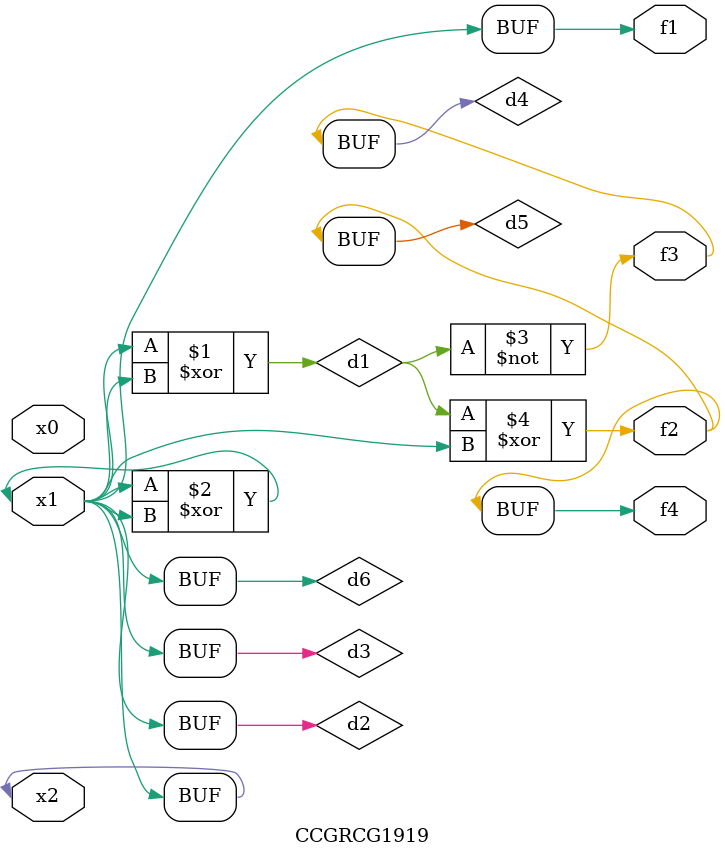
<source format=v>
module CCGRCG1919(
	input x0, x1, x2,
	output f1, f2, f3, f4
);

	wire d1, d2, d3, d4, d5, d6;

	xor (d1, x1, x2);
	buf (d2, x1, x2);
	xor (d3, x1, x2);
	nor (d4, d1);
	xor (d5, d1, d2);
	buf (d6, d2, d3);
	assign f1 = d6;
	assign f2 = d5;
	assign f3 = d4;
	assign f4 = d5;
endmodule

</source>
